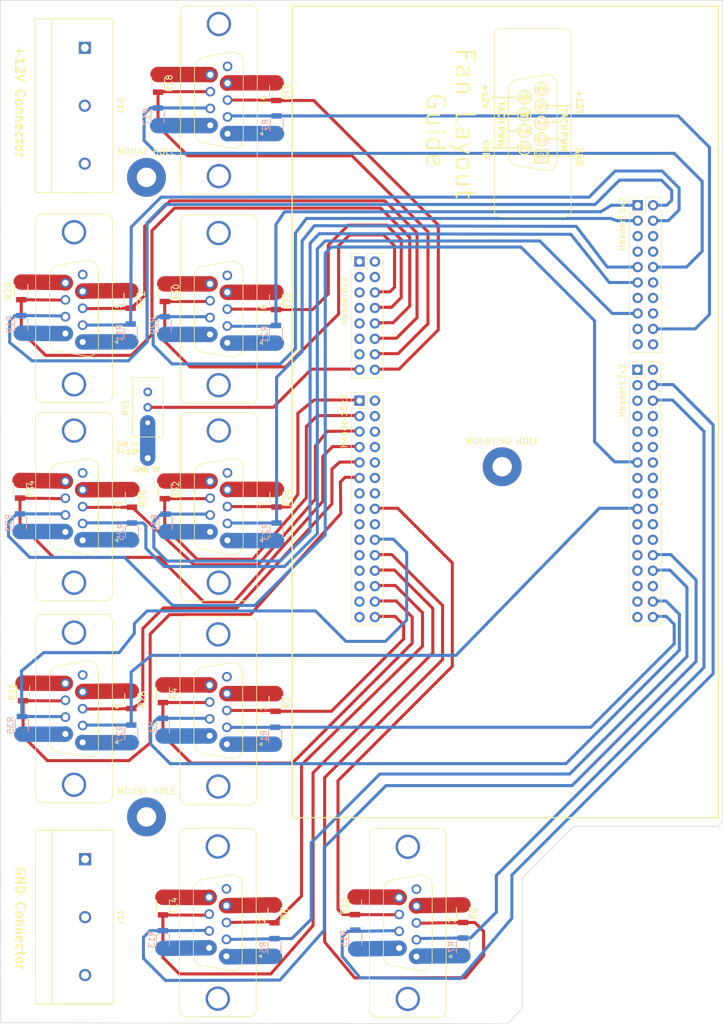
<source format=kicad_pcb>
(kicad_pcb (version 20221018) (generator pcbnew)
  (title_block (title "Nucleo Breakout Board"))
  (layers (0 "F.Cu" signal) (1 "In1.Cu" power "Power.plane.Cu") (2 "In2.Cu" power "Ground.plane.Cu") (31 "B.Cu" signal) (34 "B.Paste" user) (35 "F.Paste" user) (36 "B.SilkS" user "B.Silkscreen") (37 "F.SilkS" user "F.Silkscreen") (38 "B.Mask" user) (39 "F.Mask" user) (44 "Edge.Cuts" user))
  (net 0 "")
  (net 1 "GND")
  (net 2 "PWM1")
  (net 3 "TACH1")
  (net 4 "+12V")
  (net 5 "PWM10")
  (net 6 "TACH10")
  (net 7 "PWM15")
  (net 8 "TACH15")
  (net 9 "PWM2")
  (net 10 "TACH2")
  (net 11 "PWM11")
  (net 12 "TACH11")
  (net 13 "PWM16")
  (net 14 "TACH16")
  (net 15 "PWM3")
  (net 16 "TACH3")
  (net 17 "PWM12")
  (net 18 "TACH12")
  (net 19 "PWM17")
  (net 20 "TACH17")
  (net 21 "PWM4")
  (net 22 "TACH4")
  (net 23 "PWM13")
  (net 24 "TACH13")
  (net 25 "PWM18")
  (net 26 "TACH18")
  (net 27 "PWM5")
  (net 28 "TACH5")
  (net 29 "PWM14")
  (net 30 "TACH14")
  (net 31 "PWM6")
  (net 32 "TACH6")
  (net 33 "PWM7")
  (net 34 "TACH7")
  (net 35 "PWM8")
  (net 36 "TACH8")
  (net 37 "PWM9")
  (net 38 "TACH9")
  (net 47 "Net-(Header8x2_Female1-Vin)")
  (footprint "Package_FAWT:DSUB-9_Female_Vertical_P2.77x2.84mm_MountingHoles" (layer "F.Cu") (at 68.759 138.697 -90)
    (fp_text reference "J1")
    (fp_text value "DE9_Receptacle_MountingHoles")
  )
  (footprint "Package_FAWT:DSUB-9_Female_Vertical_P2.77x2.84mm_MountingHoles" (layer "F.Cu") (at 68.68 173.55 -90)
    (fp_text reference "J2")
    (fp_text value "DE9_Receptacle_MountingHoles")
  )
  (footprint "Package_FAWT:DSUB-9_Female_Vertical_P2.77x2.84mm_MountingHoles" (layer "F.Cu") (at 99.93 173.6 -90)
    (fp_text reference "J3")
    (fp_text value "DE9_Receptacle_MountingHoles")
  )
  (footprint "Package_FAWT:DSUB-9_Female_Vertical_P2.77x2.84mm_MountingHoles" (layer "F.Cu") (at 68.859 38.3855 -90)
    (fp_text reference "J4")
    (fp_text value "DE9_Receptacle_MountingHoles")
  )
  (footprint "Package_FAWT:DSUB-9_Female_Vertical_P2.77x2.84mm_MountingHoles" (layer "F.Cu") (at 45.03 72.6 -90)
    (fp_text reference "J5")
    (fp_text value "DE9_Receptacle_MountingHoles")
  )
  (footprint "Package_FAWT:DSUB-9_Female_Vertical_P2.77x2.84mm_MountingHoles" (layer "F.Cu") (at 68.8195 72.744 -90)
    (fp_text reference "J6")
    (fp_text value "DE9_Receptacle_MountingHoles")
  )
  (footprint "Package_FAWT:DSUB-9_Female_Vertical_P2.77x2.84mm_MountingHoles" (layer "F.Cu") (at 68.8465 105.1925 -90)
    (fp_text reference "J7")
    (fp_text value "DE9_Receptacle_MountingHoles")
  )
  (footprint "Package_FAWT:DSUB-9_Female_Vertical_P2.77x2.84mm_MountingHoles" (layer "F.Cu") (at 45.03 105.2 -90)
    (fp_text reference "J8")
    (fp_text value "DE9_Receptacle_MountingHoles")
  )
  (footprint "Package_FAWT:DSUB-9_Female_Vertical_P2.77x2.84mm_MountingHoles" (layer "F.Cu") (at 45.03 138.4 -90)
    (fp_text reference "J9")
    (fp_text value "DE9_Receptacle_MountingHoles")
  )
  (footprint "Resistors_SMD:R_1206" (layer "F.Cu") (at 76.76 131.839 -90)
    (fp_text reference "R2")
    (fp_text value "R_Small")
  )
  (footprint "Resistors_SMD:R_1206" (layer "F.Cu") (at 58.23 130.4 -90)
    (fp_text reference "R4")
    (fp_text value "R_Small")
  )
  (footprint "Resistors_SMD:R_1206" (layer "F.Cu") (at 76.58 166.6 -90)
    (fp_text reference "R6")
    (fp_text value "R_Small")
  )
  (footprint "Resistors_SMD:R_1206" (layer "F.Cu") (at 107.58 166.55 -90)
    (fp_text reference "R8")
    (fp_text value "R_Small")
  )
  (footprint "Resistors_SMD:R_1206" (layer "F.Cu") (at 76.86 31.464 -90)
    (fp_text reference "R10")
    (fp_text value "R_Small")
  )
  (footprint "Resistors_SMD:R_1206" (layer "F.Cu") (at 52.93 65.6 -90)
    (fp_text reference "R12")
    (fp_text value "R_Small")
  )
  (footprint "Resistors_SMD:R_1206" (layer "F.Cu") (at 58.23 165.3 -90)
    (fp_text reference "R14")
    (fp_text value "R_Small")
  )
  (footprint "Resistors_SMD:R_1206" (layer "F.Cu") (at 89.83 165.25 -90)
    (fp_text reference "R16")
    (fp_text value "R_Small")
  )
  (footprint "Resistors_SMD:R_1206" (layer "F.Cu") (at 57.43 30.1 -90)
    (fp_text reference "R18")
    (fp_text value "R_Small")
  )
  (footprint "Resistors_SMD:R_1206" (layer "F.Cu") (at 34.93 64.2 -90)
    (fp_text reference "R20")
    (fp_text value "R_Small")
  )
  (footprint "Resistors_SMD:R_1206" (layer "F.Cu") (at 76.8205 65.8225 -90)
    (fp_text reference "R22")
    (fp_text value "R_Small")
  )
  (footprint "Resistors_SMD:R_1206" (layer "F.Cu") (at 76.911 98.271 -90)
    (fp_text reference "R24")
    (fp_text value "R_Small")
  )
  (footprint "Resistors_SMD:R_1206" (layer "F.Cu") (at 53.13 98.3 -90)
    (fp_text reference "R26")
    (fp_text value "R_Small")
  )
  (footprint "Resistors_SMD:R_1206" (layer "F.Cu") (at 53.03 131.4 -90)
    (fp_text reference "R28")
    (fp_text value "R_Small")
  )
  (footprint "Resistors_SMD:R_1206" (layer "F.Cu") (at 58.53 64.5 -90)
    (fp_text reference "R30")
    (fp_text value "R_Small")
  )
  (footprint "Resistors_SMD:R_1206" (layer "F.Cu") (at 58.53 96.9 -90)
    (fp_text reference "R32")
    (fp_text value "R_Small")
  )
  (footprint "Resistors_SMD:R_1206" (layer "F.Cu") (at 34.73 96.8 -90)
    (fp_text reference "R34")
    (fp_text value "R_Small")
  )
  (footprint "Resistors_SMD:R_1206" (layer "F.Cu") (at 35.23 130.1 -90)
    (fp_text reference "R36")
    (fp_text value "R_Small")
  )
  (footprint "Potentiometer_THT:Potentiometer_Bourns_3296W_Vertical" (layer "F.Cu") (at 55.73 80.8 90)
    (fp_text reference "RV1")
    (fp_text value "R_Potentiometer_Trim")
  )
  (footprint "MountingHole:MountingHole_3.2mm_M3_Pad" (layer "F.Cu") (at 55.53 45.55)
    (fp_text reference "MOUNT HOLE")
    (fp_text value "MountingHole_3.2mm_M3_Pad")
  )
  (footprint "MountingHole:MountingHole_3.2mm_M3_Pad" (layer "F.Cu") (at 55.53 150.65)
    (fp_text reference "MOUNT HOLE")
    (fp_text value "MountingHole_3.2mm_M3_Pad")
  )
  (footprint "MountingHole:MountingHole_3.2mm_M3_Pad" (layer "F.Cu") (at 114.03 93.1)
    (fp_text reference "MOUNTING HOLE")
    (fp_text value "MountingHole_3.2mm_M3_Pad")
  )
  (footprint "Package_FAWT:Fan Layout Guide - DB9" (layer "F.Cu") (at 120.48 42.1 -90)
    (fp_text reference "Fan Layout Guide" hide)
    (fp_text value "Fan Layout Guide" hide)
  )
  (footprint "Package_FAWT:CONN-TE-AMP3_P9.52" (layer "F.Cu") (at 45.38 24.25 -90)
    (fp_text reference "J10")
    (fp_text value "Conn_01x03")
  )
  (footprint "Package_FAWT:CONN-TE-AMP3_P9.52" (layer "F.Cu") (at 45.43 157.6 -90)
    (fp_text reference "J11")
    (fp_text value "Conn_01x03")
  )
  (footprint "Nucleo:Socket_Strip_Straight_2x15_Pitch2.54mm" (layer "F.Cu") (at 93.115 82.245)
    (fp_text reference "Header15x2")
    (fp_text value "NucleoZioCN9")
  )
  (footprint "Nucleo:Socket_Strip_Straight_2x17_Pitch2.54mm" (layer "F.Cu") (at 138.835 77.165)
    (fp_text reference "Header17x2")
    (fp_text value "NucleoZioCN10")
  )
  (footprint "Nucleo:Socket_Strip_Straight_2x08_Pitch2.54mm" (layer "F.Cu") (at 93.105 59.385)
    (fp_text reference "Header8x2")
    (fp_text value "NucleoZioCN8")
  )
  (footprint "Nucleo:Socket_Strip_Straight_2x10_Pitch2.54mm" (layer "F.Cu") (at 138.86 50.13)
    (fp_text reference "Header10x2")
    (fp_text value "NucleoZioCN7")
  )
  (footprint "Resistors_SMD:R_1206" (layer "B.Cu") (at 76.6965 137.3635 -90)
    (fp_text reference "R1")
    (fp_text value "R_Small")
  )
  (footprint "Resistors_SMD:R_1206" (layer "B.Cu") (at 58.23 135.9 -90)
    (fp_text reference "R3")
    (fp_text value "R_Small")
  )
  (footprint "Resistors_SMD:R_1206" (layer "B.Cu") (at 76.58 172.1 -90)
    (fp_text reference "R5")
    (fp_text value "R_Small")
  )
  (footprint "Resistors_SMD:R_1206" (layer "B.Cu") (at 107.58 172 -90)
    (fp_text reference "R7")
    (fp_text value "R_Small")
  )
  (footprint "Resistors_SMD:R_1206" (layer "B.Cu") (at 76.93 36.9 -90)
    (fp_text reference "R9")
    (fp_text value "R_Small")
  )
  (footprint "Resistors_SMD:R_1206" (layer "B.Cu") (at 52.93 71.1 -90)
    (fp_text reference "R11")
    (fp_text value "R_Small")
  )
  (footprint "Resistors_SMD:R_1206" (layer "B.Cu") (at 58.23 170.8 -90)
    (fp_text reference "R13")
    (fp_text value "R_Small")
  )
  (footprint "Resistors_SMD:R_1206" (layer "B.Cu") (at 89.88 170.7 -90)
    (fp_text reference "R15")
    (fp_text value "R_Small")
  )
  (footprint "Resistors_SMD:R_1206" (layer "B.Cu") (at 57.3655 35.5915 -90)
    (fp_text reference "R17")
    (fp_text value "R_Small")
  )
  (footprint "Resistors_SMD:R_1206" (layer "B.Cu") (at 34.93 69.7 -90)
    (fp_text reference "R19")
    (fp_text value "R_Small")
  )
  (footprint "Resistors_SMD:R_1206" (layer "B.Cu") (at 76.8205 71.347 -90)
    (fp_text reference "R21")
    (fp_text value "R_Small")
  )
  (footprint "Resistors_SMD:R_1206" (layer "B.Cu") (at 76.93 103.8 -90)
    (fp_text reference "R23")
    (fp_text value "R_Small")
  )
  (footprint "Resistors_SMD:R_1206" (layer "B.Cu") (at 53.13 103.8 -90)
    (fp_text reference "R25")
    (fp_text value "R_Small")
  )
  (footprint "Resistors_SMD:R_1206" (layer "B.Cu") (at 53.03 137 -90)
    (fp_text reference "R27")
    (fp_text value "R_Small")
  )
  (footprint "Resistors_SMD:R_1206" (layer "B.Cu") (at 58.53 69.9 -90)
    (fp_text reference "R29")
    (fp_text value "R_Small")
  )
  (footprint "Resistors_SMD:R_1206" (layer "B.Cu") (at 58.6865 102.335 -90)
    (fp_text reference "R31")
    (fp_text value "R_Small")
  )
  (footprint "Resistors_SMD:R_1206" (layer "B.Cu") (at 34.73 102.3 -90)
    (fp_text reference "R33")
    (fp_text value "R_Small")
  )
  (footprint "Resistors_SMD:R_1206" (layer "B.Cu") (at 35.03 135.6 -90)
    (fp_text reference "R35")
    (fp_text value "R_Small")
  )
  (gr_line (start 121.58 36.5) (end 123.38 36.5) (stroke (width 0.2)) (layer "F.SilkS"))
  (gr_circle (center 120.48 36.6) (end 121.08 35.7) (stroke (width 0.2)) (fill none) (layer "F.SilkS"))
  (gr_circle (center 120.48 33.8) (end 121.08 32.9) (stroke (width 0.2)) (fill none) (layer "F.SilkS"))
  (gr_circle (center 120.48 31) (end 121.08 30.1) (stroke (width 0.2)) (fill none) (layer "F.SilkS"))
  (gr_circle (center 117.68 40.7) (end 118.28 39.8) (stroke (width 0.2)) (fill none) (layer "F.SilkS"))
  (gr_circle (center 117.68 37.9) (end 118.28 37) (stroke (width 0.2)) (fill none) (layer "F.SilkS"))
  (gr_line (start 116.58 35.2) (end 114.88 35.2) (stroke (width 0.2)) (layer "F.SilkS"))
  (gr_circle (center 117.68 35.2) (end 118.28 34.3) (stroke (width 0.2)) (fill none) (layer "F.SilkS"))
  (gr_circle (center 117.68 32.4) (end 118.28 31.5) (stroke (width 0.2)) (fill none) (layer "F.SilkS"))
  (gr_line (start 149.5945 17.4245) (end 79.4905 17.4245) (stroke (width 0.2)) (layer "F.SilkS"))
  (gr_line (start 79.4905 150.7745) (end 149.5945 150.7745) (stroke (width 0.2)) (layer "F.SilkS"))
  (gr_line (start 116.58 32.4) (end 112.18 32.4) (stroke (width 0.2)) (layer "F.SilkS"))
  (gr_line (start 149.5945 150.7745) (end 149.5945 17.4245) (stroke (width 0.2)) (layer "F.SilkS"))
  (gr_circle (center 120.48 39.3) (end 121.08 38.4) (stroke (width 0.2)) (fill none) (layer "F.SilkS"))
  (gr_line (start 116.58 37.9) (end 114.88 37.9) (stroke (width 0.2)) (layer "F.SilkS"))
  (gr_line (start 121.58 41) (end 121.58 43.2) (stroke (width 0.2)) (layer "F.SilkS"))
  (gr_line (start 79.4905 17.4245) (end 79.4905 150.7745) (stroke (width 0.2)) (layer "F.SilkS"))
  (gr_line (start 121.58 42.1) (end 125.58 42.1) (stroke (width 0.2)) (layer "F.SilkS"))
  (gr_line (start 116.58 40.7) (end 112.48 40.7) (stroke (width 0.2)) (layer "F.SilkS"))
  (gr_line (start 121.58 39.2) (end 123.38 39.2) (stroke (width 0.2)) (layer "F.SilkS"))
  (gr_line (start 121.58 43.2) (end 119.38 43.2) (stroke (width 0.2)) (layer "F.SilkS"))
  (gr_line (start 119.38 41) (end 121.58 41) (stroke (width 0.2)) (layer "F.SilkS"))
  (gr_line (start 119.38 43.2) (end 119.38 41) (stroke (width 0.2)) (layer "F.SilkS"))
  (gr_line (start 121.58 33.8) (end 125.48 33.8) (stroke (width 0.2)) (layer "F.SilkS"))
  (gr_line (start 31.485 16.45) (end 150.33 16.45) (stroke (width 0.1)) (layer "Edge.Cuts"))
  (gr_line (start 31.535 184.45) (end 114.93 184.65) (stroke (width 0.1)) (layer "Edge.Cuts"))
  (gr_line (start 117.33 160.7) (end 125.83 152.2) (stroke (width 0.1)) (layer "Edge.Cuts"))
  (gr_line (start 31.485 16.45) (end 31.535 184.45) (stroke (width 0.1)) (layer "Edge.Cuts"))
  (gr_line (start 150.33 151.45) (end 150.33 16.45) (stroke (width 0.1)) (layer "Edge.Cuts"))
  (gr_line (start 125.83 152.2) (end 149.48 152.2) (stroke (width 0.1)) (layer "Edge.Cuts"))
  (gr_line (start 149.48 152.2) (end 150.33 151.45) (stroke (width 0.1)) (layer "Edge.Cuts"))
  (gr_line (start 114.93 184.65) (end 117.33 182.05) (stroke (width 0.1)) (layer "Edge.Cuts"))
  (gr_line (start 117.33 182.05) (end 117.33 160.7) (stroke (width 0.1)) (layer "Edge.Cuts"))
  (gr_text "GND" (at 111.38 40.9 270) (layer "F.SilkS") (effects (font (size 1 1) (thickness 0.25))))
  (gr_text "PWM" (at 113.88 38.8 270) (layer "F.SilkS") (effects (font (size 1 1) (thickness 0.25))))
  (gr_text "TACH" (at 113.88 34.9 270) (layer "F.SilkS") (effects (font (size 1 1) (thickness 0.25))))
  (gr_text "+12V" (at 111.28 32.2 270) (layer "F.SilkS") (effects (font (size 1 1) (thickness 0.25))))
  (gr_text "3" (at 120.48 36.6 270) (layer "F.SilkS") (effects (font (size 1 1) (thickness 0.25))))
  (gr_text "4" (at 120.48 33.8 270) (layer "F.SilkS") (effects (font (size 1 1) (thickness 0.25))))
  (gr_text "5" (at 120.48 31 270) (layer "F.SilkS") (effects (font (size 1 1) (thickness 0.25))))
  (gr_text "6" (at 117.68 40.7 270) (layer "F.SilkS") (effects (font (size 1 1) (thickness 0.25))))
  (gr_text "7" (at 117.68 37.9 270) (layer "F.SilkS") (effects (font (size 1 1) (thickness 0.25))))
  (gr_text "8" (at 117.68 35.2 270) (layer "F.SilkS") (effects (font (size 1 1) (thickness 0.25))))
  (gr_text "9" (at 117.68 32.4 270) (layer "F.SilkS") (effects (font (size 1 1) (thickness 0.25))))
  (gr_text "2" (at 120.48 39.3 270) (layer "F.SilkS") (effects (font (size 1 1) (thickness 0.25))))
  (gr_text "1" (at 120.48 42.2 270) (layer "F.SilkS") (effects (font (size 1 1) (thickness 0.25))))
  (gr_text "Fan Layout \nGuide" (at 105.48 37.8 270) (layer "F.SilkS") (effects (font (size 3 3) (thickness 0.3))))
  (gr_text "TACH" (at 124.18 36 270) (layer "F.SilkS") (effects (font (size 1 1) (thickness 0.25))))
  (gr_text "+12V Connector" (at 34.73 33.1 270) (layer "F.SilkS") (effects (font (size 1.5 1.5) (thickness 0.3))))
  (gr_text "+12V" (at 126.78 33.2 270) (layer "F.SilkS") (effects (font (size 1 1) (thickness 0.25))))
  (gr_text "Set to\n7-12V" (at 52.43 90) (layer "F.SilkS") (effects (font (size 0.8 0.8) (thickness 0.1905))))
  (gr_text "GND Connector" (at 34.78 167.3 270) (layer "F.SilkS") (effects (font (size 1.5 1.5) (thickness 0.3))))
  (gr_text "GND TP" (at 55.63 93.6) (layer "F.SilkS") (effects (font (size 0.8 0.8) (thickness 0.1905))))
  (gr_text "PWM" (at 124.18 39.7 270) (layer "F.SilkS") (effects (font (size 1 1) (thickness 0.25))))
  (gr_text "GND" (at 126.68 42.15 270) (layer "F.SilkS") (effects (font (size 1 1) (thickness 0.25))))
  (via (at 55.73 91.7) (size 1.6) (drill 1) (layers "F.Cu" "B.Cu") (net 1))
  (segment (start 68.7765 173.6465) (end 68.68 173.55) (width 2.54) (layer "B.Cu") (net 1))
  (segment (start 53.0185 105.0945) (end 53.076 105.152) (width 2.54) (layer "B.Cu") (net 1))
  (segment (start 52.9195 72.5605) (end 52.93 72.55) (width 2.54) (layer "B.Cu") (net 1))
  (segment (start 65.8215 172.1465) (end 65.84 172.165) (width 2.54) (layer "B.Cu") (net 1))
  (segment (start 42.1795 71.2255) (end 42.19 71.215) (width 2.54) (layer "B.Cu") (net 1))
  (segment (start 97.0745 172.2305) (end 97.09 172.215) (width 2.54) (layer "B.Cu") (net 1))
  (segment (start 65.881 137.35) (end 65.919 137.312) (width 2.54) (layer "B.Cu") (net 1))
  (segment (start 68.904 105.25) (end 68.8465 105.1925) (width 2.54) (layer "B.Cu") (net 1))
  (segment (start 65.984 103.785) (end 66.0065 103.8075) (width 2.54) (layer "B.Cu") (net 1))
  (segment (start 68.8945 38.35) (end 68.859 38.3855) (width 2.54) (layer "B.Cu") (net 1))
  (segment (start 65.978 37.0415) (end 66.019 37.0005) (width 2.54) (layer "B.Cu") (net 1))
  (segment (start 99.9995 173.5305) (end 99.93 173.6) (width 2.54) (layer "B.Cu") (net 1))
  (segment (start 65.9705 71.35) (end 65.9795 71.359) (width 2.54) (layer "B.Cu") (net 1))
  (segment (start 42.149 137.056) (end 42.19 137.015) (width 2.54) (layer "B.Cu") (net 1))
  (segment (start 45.083 138.453) (end 45.03 138.4) (width 2.54) (layer "B.Cu") (net 1))
  (segment (start 42.125 103.75) (end 42.19 103.815) (width 2.54) (layer "B.Cu") (net 1))
  (segment (start 68.859 72.7855) (end 76.8945 72.7855) (width 2.54) (layer "B.Cu") (net 1))
  (segment (start 58.53 71.35) (end 65.9705 71.35) (width 2.54) (layer "B.Cu") (net 1))
  (segment (start 107.58 173.45) (end 99.9995 173.5305) (width 2.54) (layer "B.Cu") (net 1))
  (segment (start 76.58 173.55) (end 68.7765 173.6465) (width 2.54) (layer "B.Cu") (net 1))
  (segment (start 58.23 137.35) (end 65.881 137.35) (width 2.54) (layer "B.Cu") (net 1))
  (segment (start 89.93 172.35) (end 97.0745 172.2305) (width 2.54) (layer "B.Cu") (net 1))
  (segment (start 76.93 38.35) (end 68.8945 38.35) (width 2.54) (layer "B.Cu") (net 1))
  (segment (start 34.73 103.75) (end 42.125 103.75) (width 2.54) (layer "B.Cu") (net 1))
  (segment (start 53.03 138.45) (end 45.083 138.453) (width 2.54) (layer "B.Cu") (net 1))
  (segment (start 45.03 72.6) (end 52.9195 72.5605) (width 2.54) (layer "B.Cu") (net 1))
  (segment (start 76.93 105.25) (end 68.904 105.25) (width 2.54) (layer "B.Cu") (net 1))
  (segment (start 68.759 138.697) (end 76.58 138.697) (width 2.54) (layer "B.Cu") (net 1))
  (segment (start 44.8935 105.0975) (end 53.0185 105.0945) (width 2.54) (layer "B.Cu") (net 1))
  (segment (start 34.93 71.15) (end 42.1795 71.2255) (width 2.54) (layer "B.Cu") (net 1))
  (segment (start 57.3655 37.0415) (end 65.978 37.0415) (width 2.54) (layer "B.Cu") (net 1))
  (segment (start 58.6865 103.785) (end 65.984 103.785) (width 2.54) (layer "B.Cu") (net 1))
  (segment (start 35.03 137.05) (end 42.149 137.056) (width 2.54) (layer "B.Cu") (net 1))
  (segment (start 55.73 85.88) (end 55.73 91.7) (width 2.54) (layer "B.Cu") (net 1))
  (segment (start 58.23 172.25) (end 65.8215 172.1465) (width 2.54) (layer "B.Cu") (net 1))
  (segment (start 76.683 135.927) (end 76.6965 135.9135) (width 0.5) (layer "B.Cu") (net 2))
  (segment (start 128.6165 135.9135) (end 142.33 122.2) (width 0.5) (layer "B.Cu") (net 2))
  (segment (start 142.33 122.2) (end 142.33 119) (width 0.5) (layer "B.Cu") (net 2))
  (segment (start 142.33 119) (end 141.029 117.699) (width 0.5) (layer "B.Cu") (net 2))
  (segment (start 141.029 117.699) (end 138.8615 117.699) (width 0.5) (layer "B.Cu") (net 2))
  (segment (start 76.6965 135.9135) (end 128.6165 135.9135) (width 0.5) (layer "B.Cu") (net 2))
  (segment (start 68.759 135.927) (end 76.683 135.927) (width 0.5) (layer "B.Cu") (net 2))
  (segment (start 76.628 133.157) (end 76.76 133.289) (width 0.5) (layer "F.Cu") (net 3))
  (segment (start 85.941 133.289) (end 97.83 121.4) (width 0.5) (layer "F.Cu") (net 3))
  (segment (start 97.83 121.4) (end 97.83 119.1) (width 0.5) (layer "F.Cu") (net 3))
  (segment (start 97.83 119.1) (end 96.429 117.699) (width 0.5) (layer "F.Cu") (net 3))
  (segment (start 96.429 117.699) (end 93.1415 117.699) (width 0.5) (layer "F.Cu") (net 3))
  (segment (start 76.76 133.289) (end 85.941 133.289) (width 0.5) (layer "F.Cu") (net 3))
  (segment (start 68.759 133.157) (end 76.628 133.157) (width 0.5) (layer "F.Cu") (net 3))
  (segment (start 65.9785 63.05) (end 65.9795 63.049) (width 2.54) (layer "F.Cu") (net 4))
  (segment (start 76.759 64.434) (end 76.8205 64.3725) (width 2.54) (layer "F.Cu") (net 4))
  (segment (start 68.761 130.389) (end 68.759 130.387) (width 2.54) (layer "F.Cu") (net 4))
  (segment (start 65.959 95.45) (end 66.0065 95.4975) (width 2.54) (layer "F.Cu") (net 4))
  (segment (start 68.908 96.821) (end 68.8465 96.8825) (width 2.54) (layer "F.Cu") (net 4))
  (segment (start 42.14 95.455) (end 42.19 95.505) (width 2.54) (layer "F.Cu") (net 4))
  (segment (start 45.032 96.892) (end 45.03 96.89) (width 2.54) (layer "F.Cu") (net 4))
  (segment (start 65.9785 28.65) (end 66.019 28.6905) (width 2.54) (layer "F.Cu") (net 4))
  (segment (start 35.246 128.666) (end 35.23 128.65) (width 2.54) (layer "F.Cu") (net 4))
  (segment (start 45.0915 130.0285) (end 45.03 130.09) (width 2.54) (layer "F.Cu") (net 4))
  (segment (start 45.0915 64.2285) (end 45.03 64.29) (width 2.54) (layer "F.Cu") (net 4))
  (segment (start 42.1105 62.8255) (end 42.19 62.905) (width 2.54) (layer "F.Cu") (net 4))
  (segment (start 97.0155 163.8305) (end 97.09 163.905) (width 2.54) (layer "F.Cu") (net 4))
  (segment (start 65.867 128.95) (end 65.919 129.002) (width 2.54) (layer "F.Cu") (net 4))
  (segment (start 99.9895 165.2305) (end 99.93 165.29) (width 2.54) (layer "F.Cu") (net 4))
  (segment (start 68.9205 30.014) (end 68.859 30.0755) (width 2.54) (layer "F.Cu") (net 4))
  (segment (start 65.795 163.9) (end 65.84 163.855) (width 2.54) (layer "F.Cu") (net 4))
  (segment (start 76.52 165.09) (end 76.58 165.15) (width 2.54) (layer "F.Cu") (net 4))
  (segment (start 76.86 30.014) (end 68.9205 30.014) (width 2.54) (layer "F.Cu") (net 4))
  (segment (start 58.53 63.05) (end 65.9785 63.05) (width 2.54) (layer "F.Cu") (net 4))
  (segment (start 57.43 28.65) (end 65.9785 28.65) (width 2.54) (layer "F.Cu") (net 4))
  (segment (start 53.03 129.95) (end 45.0915 130.0285) (width 2.54) (layer "F.Cu") (net 4))
  (segment (start 34.93 62.75) (end 42.1105 62.8255) (width 2.54) (layer "F.Cu") (net 4))
  (segment (start 58.23 128.95) (end 65.867 128.95) (width 2.54) (layer "F.Cu") (net 4))
  (segment (start 89.83 163.8) (end 97.0155 163.8305) (width 2.54) (layer "F.Cu") (net 4))
  (segment (start 52.93 64.15) (end 45.0915 64.2285) (width 2.54) (layer "F.Cu") (net 4))
  (segment (start 58.23 163.85) (end 65.795 163.9) (width 2.54) (layer "F.Cu") (net 4))
  (segment (start 107.58 165.1) (end 99.9895 165.2305) (width 2.54) (layer "F.Cu") (net 4))
  (segment (start 68.68 165.24) (end 76.52 165.09) (width 2.54) (layer "F.Cu") (net 4))
  (segment (start 58.53 95.45) (end 65.959 95.45) (width 2.54) (layer "F.Cu") (net 4))
  (segment (start 34.73 95.35) (end 42.14 95.455) (width 2.54) (layer "F.Cu") (net 4))
  (segment (start 68.8195 64.434) (end 76.759 64.434) (width 2.54) (layer "F.Cu") (net 4))
  (segment (start 76.911 96.821) (end 68.908 96.821) (width 2.54) (layer "F.Cu") (net 4))
  (segment (start 53.13 96.85) (end 45.032 96.892) (width 2.54) (layer "F.Cu") (net 4))
  (segment (start 42.19 128.705) (end 35.246 128.666) (width 2.54) (layer "F.Cu") (net 4))
  (segment (start 76.76 130.389) (end 68.761 130.389) (width 2.54) (layer "F.Cu") (net 4))
  (segment (start 42.0375 68.2925) (end 42.19 68.445) (width 0.5) (layer "B.Cu") (net 5))
  (segment (start 42.0705 68.3255) (end 42.19 68.445) (width 0.5) (layer "B.Cu") (net 5))
  (segment (start 33.03 72.7) (end 36.73 75.7) (width 0.5) (layer "B.Cu") (net 5))
  (segment (start 36.73 75.7) (end 52.53 75.7) (width 0.5) (layer "B.Cu") (net 5))
  (segment (start 52.53 75.7) (end 55.63 72.6) (width 0.5) (layer "B.Cu") (net 5))
  (segment (start 55.63 72.6) (end 55.63 53) (width 0.5) (layer "B.Cu") (net 5))
  (segment (start 55.63 53) (end 58.63 50) (width 0.5) (layer "B.Cu") (net 5))
  (segment (start 58.63 50) (end 129.33 50) (width 0.5) (layer "B.Cu") (net 5))
  (segment (start 129.33 50) (end 133.33 46) (width 0.5) (layer "B.Cu") (net 5))
  (segment (start 133.33 46) (end 140.23 46) (width 0.5) (layer "B.Cu") (net 5))
  (segment (start 140.23 46) (end 141.93 47.7) (width 0.5) (layer "B.Cu") (net 5))
  (segment (start 141.93 47.7) (end 141.93 49.3) (width 0.5) (layer "B.Cu") (net 5))
  (segment (start 141.93 49.3) (end 141.10008 50.12992) (width 0.5) (layer "B.Cu") (net 5))
  (segment (start 141.10008 50.12992) (end 138.8615 50.12992) (width 0.5) (layer "B.Cu") (net 5))
  (segment (start 33.88 68.25) (end 33.03 69.1) (width 0.5) (layer "B.Cu") (net 5))
  (segment (start 33.03 69.1) (end 33.03 72.7) (width 0.5) (layer "B.Cu") (net 5))
  (segment (start 34.93 68.25) (end 33.88 68.25) (width 0.5) (layer "B.Cu") (net 5))
  (segment (start 34.93 68.25) (end 42.0705 68.3255) (width 0.5) (layer "B.Cu") (net 5))
  (segment (start 42.1335 65.7315) (end 42.19 65.675) (width 0.5) (layer "F.Cu") (net 6))
  (segment (start 42.1395 65.7255) (end 42.19 65.675) (width 0.5) (layer "F.Cu") (net 6))
  (segment (start 34.93 70.8) (end 38.93 74.8) (width 0.5) (layer "F.Cu") (net 6))
  (segment (start 38.93 74.8) (end 53.03 74.8) (width 0.5) (layer "F.Cu") (net 6))
  (segment (start 53.03 74.8) (end 56.43 71.4) (width 0.5) (layer "F.Cu") (net 6))
  (segment (start 56.43 71.4) (end 56.43 54.3) (width 0.5) (layer "F.Cu") (net 6))
  (segment (start 56.43 54.3) (end 60.13 50.6) (width 0.5) (layer "F.Cu") (net 6))
  (segment (start 60.13 50.6) (end 94.03 50.6) (width 0.5) (layer "F.Cu") (net 6))
  (segment (start 94.03 50.6) (end 98.83 55.4) (width 0.5) (layer "F.Cu") (net 6))
  (segment (start 98.83 55.4) (end 98.83 66.7) (width 0.5) (layer "F.Cu") (net 6))
  (segment (start 98.83 66.7) (end 96.091 69.439) (width 0.5) (layer "F.Cu") (net 6))
  (segment (start 96.091 69.439) (end 93.1415 69.439) (width 0.5) (layer "F.Cu") (net 6))
  (segment (start 34.93 65.65) (end 34.93 70.8) (width 0.5) (layer "F.Cu") (net 6))
  (segment (start 34.93 65.65) (end 42.1395 65.7255) (width 0.5) (layer "F.Cu") (net 6))
  (segment (start 53.0035 102.3245) (end 53.076 102.252) (width 0.5) (layer "B.Cu") (net 7))
  (segment (start 55.43 106.5) (end 58.43 109.5) (width 0.5) (layer "B.Cu") (net 7))
  (segment (start 58.43 109.5) (end 78.23 109.5) (width 0.5) (layer "B.Cu") (net 7))
  (segment (start 78.23 109.5) (end 83.63 104.1) (width 0.5) (layer "B.Cu") (net 7))
  (segment (start 83.63 104.1) (end 83.63 57.3) (width 0.5) (layer "B.Cu") (net 7))
  (segment (start 83.63 57.3) (end 84.93 56) (width 0.5) (layer "B.Cu") (net 7))
  (segment (start 84.93 56) (end 120.23 56) (width 0.5) (layer "B.Cu") (net 7))
  (segment (start 120.23 56) (end 132.13992 67.90992) (width 0.5) (layer "B.Cu") (net 7))
  (segment (start 136.3215 67.90992) (end 132.13992 67.90992) (width 0.5) (layer "B.Cu") (net 7))
  (segment (start 55.43 102.8) (end 54.98 102.35) (width 0.5) (layer "B.Cu") (net 7))
  (segment (start 54.98 102.35) (end 53.13 102.35) (width 0.5) (layer "B.Cu") (net 7))
  (segment (start 55.43 106.5) (end 55.43 102.8) (width 0.5) (layer "B.Cu") (net 7))
  (segment (start 44.8935 102.3275) (end 53.0035 102.3245) (width 0.5) (layer "B.Cu") (net 7))
  (segment (start 45.162 99.792) (end 45.03 99.66) (width 0.5) (layer "F.Cu") (net 8))
  (segment (start 53.163 99.75) (end 63.33 109.2) (width 0.5) (layer "F.Cu") (net 8))
  (segment (start 63.33 109.2) (end 73.93 109.2) (width 0.5) (layer "F.Cu") (net 8))
  (segment (start 73.93 109.2) (end 83.33 98.4) (width 0.5) (layer "F.Cu") (net 8))
  (segment (start 83.33 98.4) (end 83.33 89.7) (width 0.5) (layer "F.Cu") (net 8))
  (segment (start 83.33 89.7) (end 85.228511 87.295736) (width 0.5) (layer "F.Cu") (net 8))
  (segment (start 85.228511 87.295736) (end 90.6015 87.219) (width 0.5) (layer "F.Cu") (net 8))
  (segment (start 53.13 99.75) (end 45.162 99.792) (width 0.5) (layer "F.Cu") (net 8))
  (segment (start 53.13 99.75) (end 53.163 99.75) (width 0.5) (layer "F.Cu") (net 8))
  (segment (start 65.83 134.453) (end 65.919 134.542) (width 0.5) (layer "B.Cu") (net 9))
  (segment (start 65.827 134.45) (end 65.919 134.542) (width 0.5) (layer "B.Cu") (net 9))
  (segment (start 57.38 134.45) (end 56.23 135.6) (width 0.5) (layer "B.Cu") (net 9))
  (segment (start 56.23 135.6) (end 56.23 138.7) (width 0.5) (layer "B.Cu") (net 9))
  (segment (start 56.23 138.7) (end 59.43 141.9) (width 0.5) (layer "B.Cu") (net 9))
  (segment (start 59.43 141.9) (end 124.53 141.9) (width 0.5) (layer "B.Cu") (net 9))
  (segment (start 124.53 141.9) (end 143.180002 123.249998) (width 0.5) (layer "B.Cu") (net 9))
  (segment (start 143.180002 123.249998) (end 143.180002 117.350002) (width 0.5) (layer "B.Cu") (net 9))
  (segment (start 143.180002 117.350002) (end 140.989 115.159) (width 0.5) (layer "B.Cu") (net 9))
  (segment (start 140.989 115.159) (end 138.8615 115.159) (width 0.5) (layer "B.Cu") (net 9))
  (segment (start 58.23 134.45) (end 65.827 134.45) (width 0.5) (layer "B.Cu") (net 9))
  (segment (start 58.23 134.45) (end 57.38 134.45) (width 0.5) (layer "B.Cu") (net 9))
  (segment (start 65.8625 131.8285) (end 65.919 131.772) (width 0.5) (layer "F.Cu") (net 10))
  (segment (start 62.83 141.8) (end 79.53 141.8) (width 0.5) (layer "F.Cu") (net 10))
  (segment (start 79.53 141.8) (end 99.23 122.1) (width 0.5) (layer "F.Cu") (net 10))
  (segment (start 99.23 122.1) (end 99.23 117.8) (width 0.5) (layer "F.Cu") (net 10))
  (segment (start 99.23 117.8) (end 96.589 115.159) (width 0.5) (layer "F.Cu") (net 10))
  (segment (start 96.589 115.159) (end 93.1415 115.159) (width 0.5) (layer "F.Cu") (net 10))
  (segment (start 58.23 137.2) (end 62.83 141.8) (width 0.5) (layer "F.Cu") (net 10))
  (segment (start 65.841 131.85) (end 65.919 131.772) (width 0.5) (layer "F.Cu") (net 10))
  (segment (start 58.23 131.85) (end 65.841 131.85) (width 0.5) (layer "F.Cu") (net 10))
  (segment (start 58.23 131.85) (end 58.23 137.2) (width 0.5) (layer "F.Cu") (net 10))
  (segment (start 76.7645 70.0155) (end 76.93 69.85) (width 0.5) (layer "B.Cu") (net 11))
  (segment (start 76.8205 53.3095) (end 78.23 51.2) (width 0.5) (layer "B.Cu") (net 11))
  (segment (start 78.23 51.2) (end 130.23 51.2) (width 0.5) (layer "B.Cu") (net 11))
  (segment (start 130.23 51.2) (end 132.00008 50.12992) (width 0.5) (layer "B.Cu") (net 11))
  (segment (start 132.00008 50.12992) (end 136.3215 50.12992) (width 0.5) (layer "B.Cu") (net 11))
  (segment (start 68.859 70.0155) (end 76.7645 70.0155) (width 0.5) (layer "B.Cu") (net 11))
  (segment (start 76.8205 69.897) (end 76.8205 53.3095) (width 0.5) (layer "B.Cu") (net 11))
  (segment (start 76.752 67.204) (end 76.8205 67.2725) (width 0.5) (layer "F.Cu") (net 12))
  (segment (start 82.8575 67.2725) (end 85.43 64.7) (width 0.5) (layer "F.Cu") (net 12))
  (segment (start 85.43 64.7) (end 85.43 56.7) (width 0.5) (layer "F.Cu") (net 12))
  (segment (start 85.43 56.7) (end 88.73 53.4) (width 0.5) (layer "F.Cu") (net 12))
  (segment (start 88.73 53.4) (end 95.03 53.4) (width 0.5) (layer "F.Cu") (net 12))
  (segment (start 95.03 53.4) (end 97.43 55.8) (width 0.5) (layer "F.Cu") (net 12))
  (segment (start 97.43 55.8) (end 97.43 65.3) (width 0.5) (layer "F.Cu") (net 12))
  (segment (start 97.43 65.3) (end 95.831 66.899) (width 0.5) (layer "F.Cu") (net 12))
  (segment (start 95.831 66.899) (end 93.1415 66.899) (width 0.5) (layer "F.Cu") (net 12))
  (segment (start 76.8205 67.2725) (end 82.8575 67.2725) (width 0.5) (layer "F.Cu") (net 12))
  (segment (start 68.8195 67.204) (end 76.752 67.204) (width 0.5) (layer "F.Cu") (net 12))
  (segment (start 32.83 104.5) (end 36.33 108) (width 0.5) (layer "B.Cu") (net 13))
  (segment (start 36.33 108) (end 51.93 108) (width 0.5) (layer "B.Cu") (net 13))
  (segment (start 51.93 108) (end 59.83 115.9) (width 0.5) (layer "B.Cu") (net 13))
  (segment (start 59.83 115.9) (end 73.33 115.9) (width 0.5) (layer "B.Cu") (net 13))
  (segment (start 73.33 115.9) (end 84.93 104.3) (width 0.5) (layer "B.Cu") (net 13))
  (segment (start 84.93 104.3) (end 84.93 58) (width 0.5) (layer "B.Cu") (net 13))
  (segment (start 84.93 58) (end 85.93 57) (width 0.5) (layer "B.Cu") (net 13))
  (segment (start 85.93 57) (end 117.13 57) (width 0.5) (layer "B.Cu") (net 13))
  (segment (start 117.13 57) (end 129.23 69.1) (width 0.5) (layer "B.Cu") (net 13))
  (segment (start 129.23 69.1) (end 129.23 89) (width 0.5) (layer "B.Cu") (net 13))
  (segment (start 129.23 89) (end 132.529 92.299) (width 0.5) (layer "B.Cu") (net 13))
  (segment (start 132.529 92.299) (end 136.3215 92.299) (width 0.5) (layer "B.Cu") (net 13))
  (segment (start 34.18 100.85) (end 32.83 102.2) (width 0.5) (layer "B.Cu") (net 13))
  (segment (start 32.83 102.2) (end 32.83 104.5) (width 0.5) (layer "B.Cu") (net 13))
  (segment (start 41.995 100.85) (end 42.19 101.045) (width 0.5) (layer "B.Cu") (net 13))
  (segment (start 34.73 100.85) (end 41.995 100.85) (width 0.5) (layer "B.Cu") (net 13))
  (segment (start 34.73 100.85) (end 34.18 100.85) (width 0.5) (layer "B.Cu") (net 13))
  (segment (start 42.11 98.355) (end 42.19 98.275) (width 0.5) (layer "F.Cu") (net 14))
  (segment (start 34.73 102.5) (end 40.23 108) (width 0.5) (layer "F.Cu") (net 14))
  (segment (start 40.23 108) (end 57.63 108) (width 0.5) (layer "F.Cu") (net 14))
  (segment (start 57.63 108) (end 64.93 115.3) (width 0.5) (layer "F.Cu") (net 14))
  (segment (start 64.93 115.3) (end 69.93 115.3) (width 0.5) (layer "F.Cu") (net 14))
  (segment (start 69.93 115.3) (end 84.53 98.8) (width 0.5) (layer "F.Cu") (net 14))
  (segment (start 84.53 98.8) (end 84.53 91.4) (width 0.5) (layer "F.Cu") (net 14))
  (segment (start 84.53 91.4) (end 86.13 89.8) (width 0.5) (layer "F.Cu") (net 14))
  (segment (start 86.13 89.8) (end 90.6015 89.759) (width 0.5) (layer "F.Cu") (net 14))
  (segment (start 34.73 98.25) (end 34.73 102.5) (width 0.5) (layer "F.Cu") (net 14))
  (segment (start 34.73 98.25) (end 42.11 98.355) (width 0.5) (layer "F.Cu") (net 14))
  (segment (start 76.5465 170.6835) (end 76.58 170.65) (width 0.5) (layer "B.Cu") (net 15))
  (segment (start 144.43 124.3) (end 144.43 112.9) (width 0.5) (layer "B.Cu") (net 15))
  (segment (start 144.43 112.9) (end 141.609 110.079) (width 0.5) (layer "B.Cu") (net 15))
  (segment (start 141.609 110.079) (end 138.8615 110.079) (width 0.5) (layer "B.Cu") (net 15))
  (segment (start 82.63 154.9) (end 93.93 143.6) (width 0.5) (layer "B.Cu") (net 15))
  (segment (start 93.93 143.6) (end 125.13 143.6) (width 0.5) (layer "B.Cu") (net 15))
  (segment (start 125.13 143.6) (end 144.43 124.3) (width 0.5) (layer "B.Cu") (net 15))
  (segment (start 79.43 170.65) (end 82.63 167.45) (width 0.5) (layer "B.Cu") (net 15))
  (segment (start 82.63 167.45) (end 82.63 154.9) (width 0.5) (layer "B.Cu") (net 15))
  (segment (start 68.68 170.78) (end 76.5465 170.6835) (width 0.5) (layer "B.Cu") (net 15))
  (segment (start 76.58 170.65) (end 79.43 170.65) (width 0.5) (layer "B.Cu") (net 15))
  (segment (start 76.5435 168.0135) (end 76.58 168.05) (width 0.5) (layer "F.Cu") (net 16))
  (segment (start 81.03 142.1) (end 100.93 122.6) (width 0.5) (layer "F.Cu") (net 16))
  (segment (start 100.93 122.6) (end 100.93 117.1) (width 0.5) (layer "F.Cu") (net 16))
  (segment (start 100.93 117.1) (end 96.449 112.619) (width 0.5) (layer "F.Cu") (net 16))
  (segment (start 96.449 112.619) (end 93.1415 112.619) (width 0.5) (layer "F.Cu") (net 16))
  (segment (start 76.39 167.86) (end 76.58 168.05) (width 0.5) (layer "F.Cu") (net 16))
  (segment (start 78.73 165.95) (end 81.03 163.65) (width 0.5) (layer "F.Cu") (net 16))
  (segment (start 81.03 163.65) (end 81.03 142.1) (width 0.5) (layer "F.Cu") (net 16))
  (segment (start 68.68 168.01) (end 76.39 167.86) (width 0.5) (layer "F.Cu") (net 16))
  (segment (start 76.58 168.05) (end 78.73 165.95) (width 0.5) (layer "F.Cu") (net 16))
  (segment (start 65.93 68.5415) (end 66.019 68.6305) (width 0.5) (layer "B.Cu") (net 17))
  (segment (start 65.8405 68.45) (end 65.9795 68.589) (width 0.5) (layer "B.Cu") (net 17))
  (segment (start 57.48 68.45) (end 56.63 69.3) (width 0.5) (layer "B.Cu") (net 17))
  (segment (start 56.63 69.3) (end 56.63 73.1) (width 0.5) (layer "B.Cu") (net 17))
  (segment (start 56.63 73.1) (end 59.73 76.2) (width 0.5) (layer "B.Cu") (net 17))
  (segment (start 59.73 76.2) (end 77.53 76.2) (width 0.5) (layer "B.Cu") (net 17))
  (segment (start 77.53 76.2) (end 80.03 73.7) (width 0.5) (layer "B.Cu") (net 17))
  (segment (start 80.03 73.7) (end 80.03 54.7) (width 0.5) (layer "B.Cu") (net 17))
  (segment (start 80.03 54.7) (end 81.83 52.3) (width 0.5) (layer "B.Cu") (net 17))
  (segment (start 81.83 52.3) (end 131.93 52.3) (width 0.5) (layer "B.Cu") (net 17))
  (segment (start 131.93 52.3) (end 132.86008 52.66992) (width 0.5) (layer "B.Cu") (net 17))
  (segment (start 132.86008 52.66992) (end 136.3215 52.66992) (width 0.5) (layer "B.Cu") (net 17))
  (segment (start 58.53 68.45) (end 57.48 68.45) (width 0.5) (layer "B.Cu") (net 17))
  (segment (start 58.53 68.45) (end 65.8405 68.45) (width 0.5) (layer "B.Cu") (net 17))
  (segment (start 65.8485 65.95) (end 65.9795 65.819) (width 0.5) (layer "F.Cu") (net 18))
  (segment (start 58.53 72.5) (end 62.73 76.7) (width 0.5) (layer "F.Cu") (net 18))
  (segment (start 62.73 76.7) (end 78.43 76.7) (width 0.5) (layer "F.Cu") (net 18))
  (segment (start 78.43 76.7) (end 87.13 68) (width 0.5) (layer "F.Cu") (net 18))
  (segment (start 87.13 68) (end 87.13 56.8) (width 0.5) (layer "F.Cu") (net 18))
  (segment (start 87.13 56.8) (end 88.93 55) (width 0.5) (layer "F.Cu") (net 18))
  (segment (start 88.93 55) (end 94.53 55) (width 0.5) (layer "F.Cu") (net 18))
  (segment (start 94.53 55) (end 96.33 56.8) (width 0.5) (layer "F.Cu") (net 18))
  (segment (start 96.33 56.8) (end 96.33 63.6) (width 0.5) (layer "F.Cu") (net 18))
  (segment (start 96.33 63.6) (end 95.571 64.359) (width 0.5) (layer "F.Cu") (net 18))
  (segment (start 95.571 64.359) (end 93.1415 64.359) (width 0.5) (layer "F.Cu") (net 18))
  (segment (start 58.53 65.95) (end 58.53 72.5) (width 0.5) (layer "F.Cu") (net 18))
  (segment (start 58.53 65.95) (end 65.8485 65.95) (width 0.5) (layer "F.Cu") (net 18))
  (segment (start 45.107 135.553) (end 45.03 135.63) (width 0.5) (layer "B.Cu") (net 19))
  (segment (start 53.003 126.827) (end 56.33 124.1) (width 0.5) (layer "B.Cu") (net 19))
  (segment (start 56.33 124.1) (end 106.43 124.1) (width 0.5) (layer "B.Cu") (net 19))
  (segment (start 106.43 124.1) (end 130.011 99.919) (width 0.5) (layer "B.Cu") (net 19))
  (segment (start 130.011 99.919) (end 136.3215 99.919) (width 0.5) (layer "B.Cu") (net 19))
  (segment (start 53.03 135.55) (end 45.107 135.553) (width 0.5) (layer "B.Cu") (net 19))
  (segment (start 53.03 135.55) (end 53.003 126.827) (width 0.5) (layer "B.Cu") (net 19))
  (segment (start 45.0985 132.9285) (end 45.03 132.86) (width 0.5) (layer "F.Cu") (net 20))
  (segment (start 54.5405 131.9895) (end 54.93 131.6) (width 0.5) (layer "F.Cu") (net 20))
  (segment (start 54.93 131.6) (end 54.93 119.7) (width 0.5) (layer "F.Cu") (net 20))
  (segment (start 54.93 119.7) (end 58.33 116.3) (width 0.5) (layer "F.Cu") (net 20))
  (segment (start 58.33 116.3) (end 70.43 116.3) (width 0.5) (layer "F.Cu") (net 20))
  (segment (start 70.43 116.3) (end 86.03 99.2) (width 0.5) (layer "F.Cu") (net 20))
  (segment (start 86.03 99.2) (end 86.03 93.5) (width 0.5) (layer "F.Cu") (net 20))
  (segment (start 86.03 93.5) (end 87.268904 92.349589) (width 0.5) (layer "F.Cu") (net 20))
  (segment (start 87.268904 92.349589) (end 90.6015 92.299) (width 0.5) (layer "F.Cu") (net 20))
  (segment (start 53.03 132.85) (end 54.5405 131.9895) (width 0.5) (layer "F.Cu") (net 20))
  (segment (start 53.03 132.85) (end 45.0985 132.9285) (width 0.5) (layer "F.Cu") (net 20))
  (segment (start 65.6915 169.2465) (end 65.84 169.395) (width 0.5) (layer "B.Cu") (net 21))
  (segment (start 145.93 125.1) (end 145.93 111.7) (width 0.5) (layer "B.Cu") (net 21))
  (segment (start 145.93 111.7) (end 141.769 107.539) (width 0.5) (layer "B.Cu") (net 21))
  (segment (start 141.769 107.539) (end 138.8615 107.539) (width 0.5) (layer "B.Cu") (net 21))
  (segment (start 65.745 169.3) (end 65.84 169.395) (width 0.5) (layer "B.Cu") (net 21))
  (segment (start 84.78 155.65) (end 94.93 145.5) (width 0.5) (layer "B.Cu") (net 21))
  (segment (start 94.93 145.5) (end 125.53 145.5) (width 0.5) (layer "B.Cu") (net 21))
  (segment (start 125.53 145.5) (end 145.93 125.1) (width 0.5) (layer "B.Cu") (net 21))
  (segment (start 56.13 169.35) (end 55.03 170.45) (width 0.5) (layer "B.Cu") (net 21))
  (segment (start 55.03 170.45) (end 55.03 173.9) (width 0.5) (layer "B.Cu") (net 21))
  (segment (start 55.03 173.9) (end 58.655 177.525) (width 0.5) (layer "B.Cu") (net 21))
  (segment (start 77.480207 177.459872) (end 84.78 169.25) (width 0.5) (layer "B.Cu") (net 21))
  (segment (start 84.78 169.25) (end 84.78 155.65) (width 0.5) (layer "B.Cu") (net 21))
  (segment (start 58.23 169.35) (end 56.13 169.35) (width 0.5) (layer "B.Cu") (net 21))
  (segment (start 58.23 169.35) (end 65.745 169.3) (width 0.5) (layer "B.Cu") (net 21))
  (segment (start 58.655 177.525) (end 77.480207 177.459872) (width 0.5) (layer "B.Cu") (net 21))
  (segment (start 65.7835 166.6815) (end 65.84 166.625) (width 0.5) (layer "F.Cu") (net 22))
  (segment (start 65.8185 166.6465) (end 65.84 166.625) (width 0.5) (layer "F.Cu") (net 22))
  (segment (start 82.93 143.4) (end 102.63 123.7) (width 0.5) (layer "F.Cu") (net 22))
  (segment (start 102.63 123.7) (end 102.63 116.4) (width 0.5) (layer "F.Cu") (net 22))
  (segment (start 102.63 116.4) (end 96.309 110.079) (width 0.5) (layer "F.Cu") (net 22))
  (segment (start 96.309 110.079) (end 93.1415 110.079) (width 0.5) (layer "F.Cu") (net 22))
  (segment (start 65.665 166.8) (end 65.84 166.625) (width 0.5) (layer "F.Cu") (net 22))
  (segment (start 75.98 176.45) (end 82.93 168.5) (width 0.5) (layer "F.Cu") (net 22))
  (segment (start 82.93 168.5) (end 82.93 143.4) (width 0.5) (layer "F.Cu") (net 22))
  (segment (start 58.23 173.75) (end 60.93 176.45) (width 0.5) (layer "F.Cu") (net 22))
  (segment (start 58.23 166.75) (end 65.665 166.8) (width 0.5) (layer "F.Cu") (net 22))
  (segment (start 58.23 166.75) (end 58.23 173.75) (width 0.5) (layer "F.Cu") (net 22))
  (segment (start 60.93 176.45) (end 75.98 176.45) (width 0.5) (layer "F.Cu") (net 22))
  (segment (start 68.919 102.35) (end 68.8465 102.4225) (width 0.5) (layer "B.Cu") (net 23))
  (segment (start 76.93 78.4) (end 81.13 74.2) (width 0.5) (layer "B.Cu") (net 23))
  (segment (start 81.13 74.2) (end 81.13 56) (width 0.5) (layer "B.Cu") (net 23))
  (segment (start 81.13 56) (end 83.130253 53.495657) (width 0.5) (layer "B.Cu") (net 23))
  (segment (start 83.130253 53.495657) (end 126.23 53.6) (width 0.5) (layer "B.Cu") (net 23))
  (segment (start 126.23 53.6) (end 131.31992 60.28992) (width 0.5) (layer "B.Cu") (net 23))
  (segment (start 131.31992 60.28992) (end 136.3215 60.28992) (width 0.5) (layer "B.Cu") (net 23))
  (segment (start 76.93 102.35) (end 76.93 78.4) (width 0.5) (layer "B.Cu") (net 23))
  (segment (start 76.93 102.35) (end 68.919 102.35) (width 0.5) (layer "B.Cu") (net 23))
  (segment (start 76.8425 99.6525) (end 76.911 99.721) (width 0.5) (layer "F.Cu") (net 24))
  (segment (start 79.03 99.721) (end 80.43 97.6) (width 0.5) (layer "F.Cu") (net 24))
  (segment (start 80.43 97.6) (end 80.43 84.3) (width 0.5) (layer "F.Cu") (net 24))
  (segment (start 80.43 84.3) (end 83.091 82.139) (width 0.5) (layer "F.Cu") (net 24))
  (segment (start 83.091 82.139) (end 90.6015 82.139) (width 0.5) (layer "F.Cu") (net 24))
  (segment (start 68.8465 99.6525) (end 76.8425 99.6525) (width 0.5) (layer "F.Cu") (net 24))
  (segment (start 76.911 99.721) (end 79.03 99.721) (width 0.5) (layer "F.Cu") (net 24))
  (segment (start 42.101 134.156) (end 42.19 134.245) (width 0.5) (layer "B.Cu") (net 25))
  (segment (start 34.969 126.661) (end 38.63 123.65) (width 0.5) (layer "B.Cu") (net 25))
  (segment (start 38.63 123.65) (end 51.03 123.65) (width 0.5) (layer "B.Cu") (net 25))
  (segment (start 51.03 123.65) (end 53.53 120.5) (width 0.5) (layer "B.Cu") (net 25))
  (segment (start 53.53 120.5) (end 53.53 118.9) (width 0.5) (layer "B.Cu") (net 25))
  (segment (start 53.53 118.9) (end 55.63 116.8) (width 0.5) (layer "B.Cu") (net 25))
  (segment (start 55.63 116.8) (end 83.33 116.8) (width 0.5) (layer "B.Cu") (net 25))
  (segment (start 83.33 116.8) (end 88.33 121.8) (width 0.5) (layer "B.Cu") (net 25))
  (segment (start 88.33 121.8) (end 94.83 121.8) (width 0.5) (layer "B.Cu") (net 25))
  (segment (start 94.83 121.8) (end 98.33 118.3) (width 0.5) (layer "B.Cu") (net 25))
  (segment (start 98.33 118.3) (end 98.33 107.2) (width 0.5) (layer "B.Cu") (net 25))
  (segment (start 98.33 107.2) (end 96.129 104.999) (width 0.5) (layer "B.Cu") (net 25))
  (segment (start 96.129 104.999) (end 93.1415 104.999) (width 0.5) (layer "B.Cu") (net 25))
  (segment (start 35.03 134.15) (end 34.969 126.661) (width 0.5) (layer "B.Cu") (net 25))
  (segment (start 35.03 134.15) (end 42.101 134.156) (width 0.5) (layer "B.Cu") (net 25))
  (segment (start 42.076 131.589) (end 42.19 131.475) (width 0.5) (layer "F.Cu") (net 26))
  (segment (start 35.23 137.4) (end 39.23 141.4) (width 0.5) (layer "F.Cu") (net 26))
  (segment (start 39.23 141.4) (end 52.63 141.4) (width 0.5) (layer "F.Cu") (net 26))
  (segment (start 52.63 141.4) (end 56.13 138.5) (width 0.5) (layer "F.Cu") (net 26))
  (segment (start 56.13 138.5) (end 56.13 120.6) (width 0.5) (layer "F.Cu") (net 26))
  (segment (start 56.13 120.6) (end 59.33 117.4) (width 0.5) (layer "F.Cu") (net 26))
  (segment (start 59.33 117.4) (end 72.63 117.4) (width 0.5) (layer "F.Cu") (net 26))
  (segment (start 72.63 117.4) (end 87.48955 100.798172) (width 0.5) (layer "F.Cu") (net 26))
  (segment (start 87.48955 100.798172) (end 87.43 95.6) (width 0.5) (layer "F.Cu") (net 26))
  (segment (start 87.43 95.6) (end 88.191 94.839) (width 0.5) (layer "F.Cu") (net 26))
  (segment (start 88.191 94.839) (end 90.6015 94.839) (width 0.5) (layer "F.Cu") (net 26))
  (segment (start 35.23 131.55) (end 35.23 137.4) (width 0.5) (layer "F.Cu") (net 26))
  (segment (start 35.23 131.55) (end 42.076 131.589) (width 0.5) (layer "F.Cu") (net 26))
  (segment (start 100.1295 170.6305) (end 99.93 170.83) (width 0.5) (layer "B.Cu") (net 27))
  (segment (start 147.23 126.1) (end 147.23 87.3) (width 0.5) (layer "B.Cu") (net 27))
  (segment (start 147.23 87.3) (end 142.069 82.139) (width 0.5) (layer "B.Cu") (net 27))
  (segment (start 142.069 82.139) (end 138.8615 82.139) (width 0.5) (layer "B.Cu") (net 27))
  (segment (start 113.08 166.3) (end 113.08 160.25) (width 0.5) (layer "B.Cu") (net 27))
  (segment (start 113.08 160.25) (end 147.23 126.1) (width 0.5) (layer "B.Cu") (net 27))
  (segment (start 108.83 170.55) (end 113.08 166.3) (width 0.5) (layer "B.Cu") (net 27))
  (segment (start 107.58 170.55) (end 100.1295 170.6305) (width 0.5) (layer "B.Cu") (net 27))
  (segment (start 107.58 170.55) (end 108.83 170.55) (width 0.5) (layer "B.Cu") (net 27))
  (segment (start 84.83 144.2) (end 104.23 124.8) (width 0.5) (layer "F.Cu") (net 28))
  (segment (start 104.23 124.8) (end 104.23 115.9) (width 0.5) (layer "F.Cu") (net 28))
  (segment (start 104.23 115.9) (end 95.869 107.539) (width 0.5) (layer "F.Cu") (net 28))
  (segment (start 95.869 107.539) (end 93.1415 107.539) (width 0.5) (layer "F.Cu") (net 28))
  (segment (start 100.0005 168.1305) (end 99.93 168.06) (width 0.5) (layer "F.Cu") (net 28))
  (segment (start 110.98 173.45) (end 107.979802 177.071766) (width 0.5) (layer "F.Cu") (net 28))
  (segment (start 107.979802 177.071766) (end 89.779846 177.099616) (width 0.5) (layer "F.Cu") (net 28))
  (segment (start 89.779846 177.099616) (end 84.83 171.2) (width 0.5) (layer "F.Cu") (net 28))
  (segment (start 84.83 171.2) (end 84.83 144.2) (width 0.5) (layer "F.Cu") (net 28))
  (segment (start 109.53 168) (end 110.98 169.45) (width 0.5) (layer "F.Cu") (net 28))
  (segment (start 110.98 169.45) (end 110.98 173.45) (width 0.5) (layer "F.Cu") (net 28))
  (segment (start 107.58 168) (end 109.53 168) (width 0.5) (layer "F.Cu") (net 28))
  (segment (start 107.58 168) (end 100.0005 168.1305) (width 0.5) (layer "F.Cu") (net 28))
  (segment (start 65.854 100.885) (end 66.0065 101.0375) (width 0.5) (layer "B.Cu") (net 29))
  (segment (start 57.945 100.885) (end 56.73 102.1) (width 0.5) (layer "B.Cu") (net 29))
  (segment (start 56.73 102.1) (end 56.73 106.4) (width 0.5) (layer "B.Cu") (net 29))
  (segment (start 56.73 106.4) (end 58.93 108.6) (width 0.5) (layer "B.Cu") (net 29))
  (segment (start 58.93 108.6) (end 77.53 108.6) (width 0.5) (layer "B.Cu") (net 29))
  (segment (start 77.53 108.6) (end 82.43 103.7) (width 0.5) (layer "B.Cu") (net 29))
  (segment (start 82.43 103.7) (end 82.447597 56.366095) (width 0.5) (layer "B.Cu") (net 29))
  (segment (start 82.447597 56.366095) (end 83.934969 54.804733) (width 0.5) (layer "B.Cu") (net 29))
  (segment (start 83.934969 54.804733) (end 125.33 54.9) (width 0.5) (layer "B.Cu") (net 29))
  (segment (start 125.33 54.9) (end 131.65992 62.82992) (width 0.5) (layer "B.Cu") (net 29))
  (segment (start 131.65992 62.82992) (end 136.3215 62.82992) (width 0.5) (layer "B.Cu") (net 29))
  (segment (start 58.6865 100.885) (end 57.945 100.885) (width 0.5) (layer "B.Cu") (net 29))
  (segment (start 58.6865 100.885) (end 65.854 100.885) (width 0.5) (layer "B.Cu") (net 29))
  (segment (start 65.924 98.35) (end 66.0065 98.2675) (width 0.5) (layer "F.Cu") (net 30))
  (segment (start 58.53 103) (end 63.83 108.3) (width 0.5) (layer "F.Cu") (net 30))
  (segment (start 63.83 108.3) (end 73.03 108.3) (width 0.5) (layer "F.Cu") (net 30))
  (segment (start 73.03 108.3) (end 81.83 98.2) (width 0.5) (layer "F.Cu") (net 30))
  (segment (start 81.83 98.2) (end 81.83 86.5) (width 0.5) (layer "F.Cu") (net 30))
  (segment (start 81.83 86.5) (end 83.629614 84.708345) (width 0.5) (layer "F.Cu") (net 30))
  (segment (start 83.629614 84.708345) (end 90.6015 84.679) (width 0.5) (layer "F.Cu") (net 30))
  (segment (start 58.53 98.35) (end 65.924 98.35) (width 0.5) (layer "F.Cu") (net 30))
  (segment (start 58.53 98.35) (end 58.53 103) (width 0.5) (layer "F.Cu") (net 30))
  (segment (start 96.9375 169.2925) (end 97.09 169.445) (width 0.5) (layer "B.Cu") (net 31))
  (segment (start 96.9755 169.3305) (end 97.09 169.445) (width 0.5) (layer "B.Cu") (net 31))
  (segment (start 148.73 127.1) (end 148.73 86.2) (width 0.5) (layer "B.Cu") (net 31))
  (segment (start 148.73 86.2) (end 142.129 79.599) (width 0.5) (layer "B.Cu") (net 31))
  (segment (start 142.129 79.599) (end 138.8615 79.599) (width 0.5) (layer "B.Cu") (net 31))
  (segment (start 87.73 173.55) (end 90.68015 177.098238) (width 0.5) (layer "B.Cu") (net 31))
  (segment (start 90.68015 177.098238) (end 107.23 177.2) (width 0.5) (layer "B.Cu") (net 31))
  (segment (start 107.23 177.2) (end 115.63 167.3) (width 0.5) (layer "B.Cu") (net 31))
  (segment (start 115.63 167.3) (end 115.63 160.2) (width 0.5) (layer "B.Cu") (net 31))
  (segment (start 115.63 160.2) (end 148.73 127.1) (width 0.5) (layer "B.Cu") (net 31))
  (segment (start 88.63 169.45) (end 87.73 170.35) (width 0.5) (layer "B.Cu") (net 31))
  (segment (start 87.73 170.35) (end 87.73 173.55) (width 0.5) (layer "B.Cu") (net 31))
  (segment (start 89.93 169.45) (end 96.9755 169.3305) (width 0.5) (layer "B.Cu") (net 31))
  (segment (start 89.93 169.45) (end 88.63 169.45) (width 0.5) (layer "B.Cu") (net 31))
  (segment (start 97.0345 166.7305) (end 97.09 166.675) (width 0.5) (layer "F.Cu") (net 32))
  (segment (start 87.03 144.7) (end 105.83 125.9) (width 0.5) (layer "F.Cu") (net 32))
  (segment (start 105.83 125.9) (end 105.83 108.9) (width 0.5) (layer "F.Cu") (net 32))
  (segment (start 105.83 108.9) (end 96.849 99.919) (width 0.5) (layer "F.Cu") (net 32))
  (segment (start 96.849 99.919) (end 93.1415 99.919) (width 0.5) (layer "F.Cu") (net 32))
  (segment (start 87.88 166.7) (end 87.03 165.85) (width 0.5) (layer "F.Cu") (net 32))
  (segment (start 87.03 165.85) (end 87.03 144.7) (width 0.5) (layer "F.Cu") (net 32))
  (segment (start 89.83 166.7) (end 87.88 166.7) (width 0.5) (layer "F.Cu") (net 32))
  (segment (start 89.83 166.7) (end 97.0345 166.7305) (width 0.5) (layer "F.Cu") (net 32))
  (segment (start 69.0245 35.45) (end 68.859 35.6155) (width 0.5) (layer "B.Cu") (net 33))
  (segment (start 142.98 35.45) (end 148.13 40.6) (width 0.5) (layer "B.Cu") (net 33))
  (segment (start 148.13 40.6) (end 148.13 68.1) (width 0.5) (layer "B.Cu") (net 33))
  (segment (start 148.13 68.1) (end 145.78008 70.44992) (width 0.5) (layer "B.Cu") (net 33))
  (segment (start 145.78008 70.44992) (end 138.8615 70.44992) (width 0.5) (layer "B.Cu") (net 33))
  (segment (start 76.93 35.45) (end 69.0245 35.45) (width 0.5) (layer "B.Cu") (net 33))
  (segment (start 76.93 35.45) (end 142.98 35.45) (width 0.5) (layer "B.Cu") (net 33))
  (segment (start 76.7915 32.8455) (end 76.86 32.914) (width 0.5) (layer "F.Cu") (net 34))
  (segment (start 83.044 32.914) (end 103.53 53.4) (width 0.5) (layer "F.Cu") (net 34))
  (segment (start 103.53 53.4) (end 103.53 70.6) (width 0.5) (layer "F.Cu") (net 34))
  (segment (start 103.53 70.6) (end 97.071 77.059) (width 0.5) (layer "F.Cu") (net 34))
  (segment (start 97.071 77.059) (end 93.1415 77.059) (width 0.5) (layer "F.Cu") (net 34))
  (segment (start 68.859 32.8455) (end 76.7915 32.8455) (width 0.5) (layer "F.Cu") (net 34))
  (segment (start 76.86 32.914) (end 83.044 32.914) (width 0.5) (layer "F.Cu") (net 34))
  (segment (start 65.93 34.1415) (end 66.019 34.2305) (width 0.5) (layer "B.Cu") (net 35))
  (segment (start 56.1885 34.1415) (end 55.13 35.2) (width 0.5) (layer "B.Cu") (net 35))
  (segment (start 55.13 35.2) (end 55.13 39.5) (width 0.5) (layer "B.Cu") (net 35))
  (segment (start 55.13 39.5) (end 57.23 41.6) (width 0.5) (layer "B.Cu") (net 35))
  (segment (start 57.23 41.6) (end 142.33 41.6) (width 0.5) (layer "B.Cu") (net 35))
  (segment (start 142.33 41.6) (end 146.93 46.2) (width 0.5) (layer "B.Cu") (net 35))
  (segment (start 146.93 46.2) (end 146.93 57.7) (width 0.5) (layer "B.Cu") (net 35))
  (segment (start 146.93 57.7) (end 144.34008 60.28992) (width 0.5) (layer "B.Cu") (net 35))
  (segment (start 144.34008 60.28992) (end 138.8615 60.28992) (width 0.5) (layer "B.Cu") (net 35))
  (segment (start 57.3655 34.1415) (end 65.93 34.1415) (width 0.5) (layer "B.Cu") (net 35))
  (segment (start 57.3655 34.1415) (end 56.1885 34.1415) (width 0.5) (layer "B.Cu") (net 35))
  (segment (start 57.5195 31.4605) (end 57.43 31.55) (width 0.5) (layer "F.Cu") (net 36))
  (segment (start 57.43 37.1) (end 62.33 42) (width 0.5) (layer "F.Cu") (net 36))
  (segment (start 62.33 42) (end 89.33 42) (width 0.5) (layer "F.Cu") (net 36))
  (segment (start 89.33 42) (end 101.83 54.5) (width 0.5) (layer "F.Cu") (net 36))
  (segment (start 101.83 54.5) (end 101.83 69.6) (width 0.5) (layer "F.Cu") (net 36))
  (segment (start 101.83 69.6) (end 96.911 74.519) (width 0.5) (layer "F.Cu") (net 36))
  (segment (start 57.43 31.55) (end 57.43 37.1) (width 0.5) (layer "F.Cu") (net 36))
  (segment (start 66.019 31.4605) (end 57.5195 31.4605) (width 0.5) (layer "F.Cu") (net 36))
  (segment (start 96.911 74.519) (end 93.105 74.519) (width 0.5) (layer "F.Cu") (net 36))
  (segment (start 52.7895 69.7905) (end 52.93 69.65) (width 0.5) (layer "B.Cu") (net 37))
  (segment (start 53.0235 53.7065) (end 57.93 48.8) (width 0.5) (layer "B.Cu") (net 37))
  (segment (start 57.93 48.8) (end 128.33 48.8) (width 0.5) (layer "B.Cu") (net 37))
  (segment (start 128.33 48.8) (end 132.63 44.5) (width 0.5) (layer "B.Cu") (net 37))
  (segment (start 132.63 44.5) (end 140.33 44.5) (width 0.5) (layer "B.Cu") (net 37))
  (segment (start 140.33 44.5) (end 143.13 47.3) (width 0.5) (layer "B.Cu") (net 37))
  (segment (start 143.13 47.3) (end 143.13 50.9) (width 0.5) (layer "B.Cu") (net 37))
  (segment (start 143.13 50.9) (end 141.36008 52.66992) (width 0.5) (layer "B.Cu") (net 37))
  (segment (start 141.36008 52.66992) (end 138.8615 52.66992) (width 0.5) (layer "B.Cu") (net 37))
  (segment (start 52.93 69.65) (end 53.0235 53.7065) (width 0.5) (layer "B.Cu") (net 37))
  (segment (start 45.03 69.83) (end 52.7895 69.7905) (width 0.5) (layer "B.Cu") (net 37))
  (segment (start 45.0985 67.1285) (end 45.03 67.06) (width 0.5) (layer "F.Cu") (net 38))
  (segment (start 54.577 65.653) (end 55.23 65) (width 0.5) (layer "F.Cu") (net 38))
  (segment (start 55.23 65) (end 55.23 53.6) (width 0.5) (layer "F.Cu") (net 38))
  (segment (start 55.23 53.6) (end 59.43 49.4) (width 0.5) (layer "F.Cu") (net 38))
  (segment (start 59.43 49.4) (end 94.73 49.4) (width 0.5) (layer "F.Cu") (net 38))
  (segment (start 94.73 49.4) (end 100.03 54.7) (width 0.5) (layer "F.Cu") (net 38))
  (segment (start 100.03 54.7) (end 100.03 68.6) (width 0.5) (layer "F.Cu") (net 38))
  (segment (start 100.03 68.6) (end 96.651 71.979) (width 0.5) (layer "F.Cu") (net 38))
  (segment (start 96.651 71.979) (end 93.1415 71.979) (width 0.5) (layer "F.Cu") (net 38))
  (segment (start 52.93 67.05) (end 54.577 65.653) (width 0.5) (layer "F.Cu") (net 38))
  (segment (start 52.93 67.05) (end 45.0985 67.1285) (width 0.5) (layer "F.Cu") (net 38))
  (segment (start 82.671 77.059) (end 90.6015 77.059) (width 0.5) (layer "F.Cu") (net 47))
  (segment (start 76.39 83.34) (end 82.671 77.059) (width 0.5) (layer "F.Cu") (net 47))
  (segment (start 55.73 83.34) (end 76.39 83.34) (width 0.5) (layer "F.Cu") (net 47))
)
</source>
